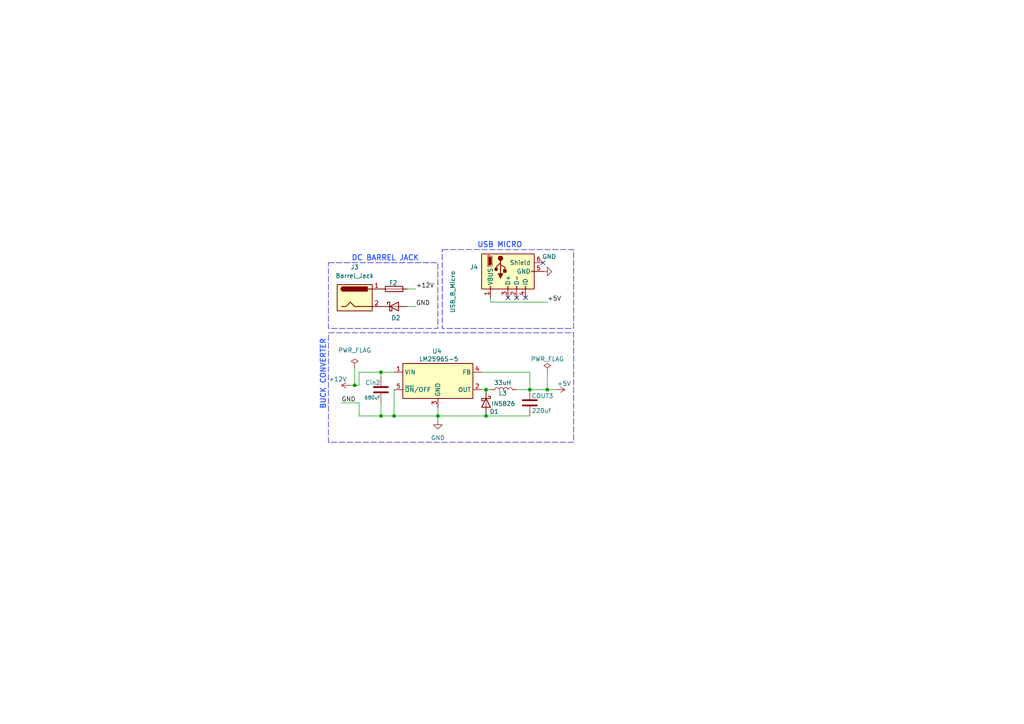
<source format=kicad_sch>
(kicad_sch (version 20250114) (generator "eeschema") (generator_version "9.0")
  (paper "A4")
  (lib_symbols
    (symbol "Connector:Barrel_Jack" (pin_names (offset 1.016))
      (property "Reference" "J" (at 0 5.334 0))
      (property "Value" "Barrel_Jack" (at 0 -5.08 0))
      (symbol "Barrel_Jack_0_1"
        (rectangle (start -5.08 3.81) (end 5.08 -3.81) (stroke (width 0.254)) (fill (type background)))
        (polyline (pts (xy -3.81 -2.54) (xy -2.54 -2.54) (xy -1.27 -1.27) (xy 0 -2.54) (xy 2.54 -2.54) (xy 5.08 -2.54)) (stroke (width 0.254)))
        (arc (start -3.302 1.905) (mid -3.9343 2.54) (end -3.302 3.175) (stroke (width 0.254)))
        (arc (start -3.302 1.905) (mid -3.9343 2.54) (end -3.302 3.175) (stroke (width 0.254)) (fill (type outline)))
        (rectangle (start 3.683 3.175) (end -3.302 1.905) (stroke (width 0.254)) (fill (type outline)))
        (polyline (pts (xy 5.08 2.54) (xy 3.81 2.54)) (stroke (width 0.254)))
      )
      (symbol "Barrel_Jack_1_1"
        (pin passive line (at 7.62 2.54 180) (length 2.54) (name "~") (number "1"))
        (pin passive line (at 7.62 -2.54 180) (length 2.54) (name "~") (number "2"))
      )
    )
    (symbol "Connector:USB_B_Micro" (pin_names (offset 1.016))
      (property "Reference" "J" (at -5.08 11.43 0))
      (property "Value" "USB_B_Micro" (at -5.08 8.89 0))
      (symbol "USB_B_Micro_0_1"
        (rectangle (start -5.08 -7.62) (end 5.08 7.62) (stroke (width 0.254)) (fill (type background)))
        (polyline (pts (xy -4.699 5.842) (xy -4.699 5.588) (xy -4.445 4.826) (xy -4.445 4.572) (xy -1.651 4.572) (xy -1.651 4.826) (xy -1.397 5.588) (xy -1.397 5.842) (xy -4.699 5.842)))
        (polyline (pts (xy -4.318 5.588) (xy -1.778 5.588) (xy -2.032 4.826) (xy -4.064 4.826) (xy -4.318 5.588)) (fill (type outline)))
        (circle (center -3.81 2.159) (radius 0.635) (stroke (width 0.254)) (fill (type outline)))
        (polyline (pts (xy -3.175 2.159) (xy -2.54 2.159) (xy -1.27 3.429) (xy -0.635 3.429)) (stroke (width 0.254)))
        (polyline (pts (xy -2.54 2.159) (xy -1.905 2.159) (xy -1.27 0.889) (xy 0 0.889)) (stroke (width 0.254)))
        (polyline (pts (xy -1.905 2.159) (xy 0.635 2.159)) (stroke (width 0.254)))
        (circle (center -0.635 3.429) (radius 0.381) (stroke (width 0.254)) (fill (type outline)))
        (rectangle (start -0.127 -7.62) (end 0.127 -6.858))
        (rectangle (start 0.254 1.27) (end -0.508 0.508) (stroke (width 0.254)) (fill (type outline)))
        (polyline (pts (xy 0.635 2.794) (xy 0.635 1.524) (xy 1.905 2.159) (xy 0.635 2.794)) (stroke (width 0.254)) (fill (type outline)))
        (rectangle (start 5.08 4.953) (end 4.318 5.207))
        (rectangle (start 5.08 -0.127) (end 4.318 0.127))
        (rectangle (start 5.08 -2.667) (end 4.318 -2.413))
        (rectangle (start 5.08 -5.207) (end 4.318 -4.953))
      )
      (symbol "USB_B_Micro_1_1"
        (pin passive line (at -2.54 -10.16 90) (length 2.54) (name "Shield") (number "6"))
        (pin power_out line (at 0 -10.16 90) (length 2.54) (name "GND") (number "5"))
        (pin power_out line (at 7.62 5.08 180) (length 2.54) (name "VBUS") (number "1"))
        (pin bidirectional line (at 7.62 0 180) (length 2.54) (name "D+") (number "3"))
        (pin bidirectional line (at 7.62 -2.54 180) (length 2.54) (name "D-") (number "2"))
        (pin passive line (at 7.62 -5.08 180) (length 2.54) (name "ID") (number "4"))
      )
    )
    (symbol "Device:C" (pin_numbers (hide yes)) (pin_names (offset 0.254))
      (property "Reference" "C" (at 0.635 2.54 0))
      (property "Value" "C" (at 0.635 -2.54 0))
      (symbol "C_0_1"
        (polyline (pts (xy -2.032 0.762) (xy 2.032 0.762)) (stroke (width 0.508)))
        (polyline (pts (xy -2.032 -0.762) (xy 2.032 -0.762)) (stroke (width 0.508)))
      )
      (symbol "C_1_1"
        (pin passive line (at 0 3.81 270) (length 2.794) (name "~") (number "1"))
        (pin passive line (at 0 -3.81 90) (length 2.794) (name "~") (number "2"))
      )
    )
    (symbol "Device:D_Schottky" (pin_numbers (hide yes)) (pin_names (offset 1.016) (hide yes))
      (property "Reference" "D" (at 0 2.54 0))
      (property "Value" "D_Schottky" (at 0 -2.54 0))
      (symbol "D_Schottky_0_1"
        (polyline (pts (xy -1.905 0.635) (xy -1.905 1.27) (xy -1.27 1.27) (xy -1.27 -1.27) (xy -0.635 -1.27) (xy -0.635 -0.635)) (stroke (width 0.254)))
        (polyline (pts (xy 1.27 1.27) (xy 1.27 -1.27) (xy -1.27 0) (xy 1.27 1.27)) (stroke (width 0.254)))
        (polyline (pts (xy 1.27 0) (xy -1.27 0)))
      )
      (symbol "D_Schottky_1_1"
        (pin passive line (at -3.81 0 0) (length 2.54) (name "K") (number "1"))
        (pin passive line (at 3.81 0 180) (length 2.54) (name "A") (number "2"))
      )
    )
    (symbol "Device:Fuse" (pin_numbers (hide yes)) (pin_names (offset 0))
      (property "Reference" "F" (at 2.032 0 90))
      (property "Value" "Fuse" (at -1.905 0 90))
      (symbol "Fuse_0_1"
        (rectangle (start -0.762 -2.54) (end 0.762 2.54) (stroke (width 0.254)))
        (polyline (pts (xy 0 2.54) (xy 0 -2.54)))
      )
      (symbol "Fuse_1_1"
        (pin passive line (at 0 3.81 270) (length 1.27) (name "~") (number "1"))
        (pin passive line (at 0 -3.81 90) (length 1.27) (name "~") (number "2"))
      )
    )
    (symbol "Device:L" (pin_numbers (hide yes)) (pin_names (offset 1.016) (hide yes))
      (property "Reference" "L" (at -1.27 0 90))
      (property "Value" "L" (at 1.905 0 90))
      (symbol "L_0_1"
        (arc (start 0 2.54) (mid 0.6323 1.905) (end 0 1.27))
        (arc (start 0 1.27) (mid 0.6323 0.635) (end 0 0))
        (arc (start 0 0) (mid 0.6323 -0.635) (end 0 -1.27))
        (arc (start 0 -1.27) (mid 0.6323 -1.905) (end 0 -2.54))
      )
      (symbol "L_1_1"
        (pin passive line (at 0 3.81 270) (length 1.27) (name "1") (number "1"))
        (pin passive line (at 0 -3.81 90) (length 1.27) (name "2") (number "2"))
      )
    )
    (symbol "Regulator_Switching:LM2596S-5"
      (property "Reference" "U" (at -10.16 6.35 0))
      (property "Value" "LM2596S-5" (at 0 6.35 0))
      (symbol "LM2596S-5_0_1"
        (rectangle (start -10.16 5.08) (end 10.16 -5.08) (stroke (width 0.254)) (fill (type background)))
      )
      (symbol "LM2596S-5_1_1"
        (pin power_in line (at -12.7 2.54 0) (length 2.54) (name "VIN") (number "1"))
        (pin input line (at -12.7 -2.54 0) (length 2.54) (name "~{ON}/OFF") (number "5"))
        (pin power_in line (at 0 -7.62 90) (length 2.54) (name "GND") (number "3"))
        (pin input line (at 12.7 2.54 180) (length 2.54) (name "FB") (number "4"))
        (pin output line (at 12.7 -2.54 180) (length 2.54) (name "OUT") (number "2"))
      )
    )
    (symbol "power:+12V" (power) (pin_numbers (hide yes)) (pin_names (offset 0) (hide yes))
      (property "Value" "+12V" (at 0 3.556 0))
      (symbol "+12V_0_1"
        (polyline (pts (xy -0.762 1.27) (xy 0 2.54)))
        (polyline (pts (xy 0 2.54) (xy 0.762 1.27)))
        (polyline (pts (xy 0 0) (xy 0 2.54)))
      )
      (symbol "+12V_1_1"
        (pin power_in line (at 0 0 90) (length 0) (name "~") (number "1"))
      )
    )
    (symbol "power:+5V" (power) (pin_numbers (hide yes)) (pin_names (offset 0) (hide yes))
      (property "Value" "+5V" (at 0 3.556 0))
      (symbol "+5V_0_1"
        (polyline (pts (xy -0.762 1.27) (xy 0 2.54)))
        (polyline (pts (xy 0 2.54) (xy 0.762 1.27)))
        (polyline (pts (xy 0 0) (xy 0 2.54)))
      )
      (symbol "+5V_1_1"
        (pin power_in line (at 0 0 90) (length 0) (name "~") (number "1"))
      )
    )
    (symbol "power:GND" (power) (pin_numbers (hide yes)) (pin_names (offset 0) (hide yes))
      (property "Value" "GND" (at 0 -3.81 0))
      (symbol "GND_0_1"
        (polyline (pts (xy 0 0) (xy 0 -1.27) (xy 1.27 -1.27) (xy 0 -2.54) (xy -1.27 -1.27) (xy 0 -1.27)))
      )
      (symbol "GND_1_1"
        (pin power_in line (at 0 0 270) (length 0) (name "~") (number "1"))
      )
    )
    (symbol "power:PWR_FLAG" (power) (pin_numbers (hide yes)) (pin_names (offset 0) (hide yes))
      (property "Value" "PWR_FLAG" (at 0 3.81 0))
      (symbol "PWR_FLAG_0_0"
        (pin power_out line (at 0 0 90) (length 0) (name "~") (number "1"))
      )
      (symbol "PWR_FLAG_0_1"
        (polyline (pts (xy 0 0) (xy 0 1.27) (xy -1.016 1.905) (xy 0 2.54) (xy 1.016 1.905) (xy 0 1.27)))
      )
    )
  )
  (rectangle (start 128.27 72.39) (end 166.37 95.25) (stroke (width 0) (type dash)))
  (rectangle (start 95.25 96.52) (end 166.37 128.27) (stroke (width 0) (type dash)))
  (rectangle (start 95.25 95.25) (end 127 76.2) (stroke (width 0) (type dash)))
  (text "DC BARREL JACK\n" (at 111.76 74.93 0) (effects (font (size 1.524 1.524) (thickness 0.254) (bold yes))))
  (text "BUCK CONVERTER \n" (at 93.726 107.95 90) (effects (font (size 1.524 1.524) (thickness 0.254) (bold yes))))
  (text "USB MICRO \n" (at 145.542 71.12 0) (effects (font (size 1.524 1.524) (thickness 0.254) (bold yes))))
  (junction (at 110.49 107.95))
  (junction (at 140.97 120.65))
  (junction (at 158.75 113.03))
  (junction (at 140.97 113.03))
  (junction (at 114.3 120.65))
  (junction (at 153.67 113.03))
  (junction (at 127 120.65))
  (junction (at 102.87 111.76))
  (junction (at 110.49 120.65))
  (no_connect (at 147.32 86.36))
  (no_connect (at 157.48 76.2))
  (no_connect (at 149.86 86.36))
  (no_connect (at 152.4 86.36))
  (wire (pts (xy 110.49 116.84) (xy 110.49 120.65)))
  (wire (pts (xy 139.7 107.95) (xy 153.67 107.95)))
  (wire (pts (xy 102.87 106.68) (xy 102.87 111.76)))
  (wire (pts (xy 153.67 113.03) (xy 158.75 113.03)))
  (wire (pts (xy 99.06 116.84) (xy 104.14 116.84)))
  (wire (pts (xy 102.87 111.76) (xy 104.14 111.76)))
  (wire (pts (xy 127 120.65) (xy 127 118.11)))
  (wire (pts (xy 153.67 107.95) (xy 153.67 113.03)))
  (wire (pts (xy 120.65 83.82) (xy 118.11 83.82)))
  (wire (pts (xy 158.75 87.63) (xy 142.24 87.63)))
  (wire (pts (xy 101.6 111.76) (xy 102.87 111.76)))
  (wire (pts (xy 142.24 87.63) (xy 142.24 86.36)))
  (wire (pts (xy 161.29 113.03) (xy 158.75 113.03)))
  (wire (pts (xy 139.7 113.03) (xy 140.97 113.03)))
  (wire (pts (xy 158.75 107.95) (xy 158.75 113.03)))
  (wire (pts (xy 104.14 120.65) (xy 110.49 120.65)))
  (wire (pts (xy 104.14 116.84) (xy 104.14 120.65)))
  (wire (pts (xy 110.49 107.95) (xy 114.3 107.95)))
  (wire (pts (xy 110.49 107.95) (xy 110.49 109.22)))
  (wire (pts (xy 127 121.92) (xy 127 120.65)))
  (wire (pts (xy 114.3 120.65) (xy 127 120.65)))
  (wire (pts (xy 104.14 107.95) (xy 110.49 107.95)))
  (wire (pts (xy 127 120.65) (xy 140.97 120.65)))
  (wire (pts (xy 149.86 113.03) (xy 153.67 113.03)))
  (wire (pts (xy 104.14 111.76) (xy 104.14 107.95)))
  (wire (pts (xy 140.97 120.65) (xy 153.67 120.65)))
  (wire (pts (xy 140.97 113.03) (xy 142.24 113.03)))
  (wire (pts (xy 120.65 88.9) (xy 118.11 88.9)))
  (wire (pts (xy 114.3 113.03) (xy 114.3 120.65)))
  (wire (pts (xy 110.49 120.65) (xy 114.3 120.65)))
  (label "+12V" (at 120.65 83.82 0))
  (label "GND" (at 120.65 88.9 0))
  (label "+5V" (at 158.75 87.63 0))
  (label "GND" (at 99.06 116.84 0))
  (symbol (lib_id "power:+12V") (at 101.6 111.76 90) (unit 1)
    (property "Reference" "#PWR08" (effects (hide yes)))
    (property "Value" "+12V" (at 100.584 109.982 90) (effects (justify left)))
    (property "Description" "Power symbol creates a global label with name \"+12V\"" (effects (hide yes)))
  )
  (symbol (lib_id "power:PWR_FLAG") (at 102.87 106.68 0) (unit 1)
    (property "Reference" "#FLG05" (effects (hide yes)))
    (property "Value" "PWR_FLAG" (at 102.87 101.6 0))
    (property "Description" "Special symbol for telling ERC where power comes from" (effects (hide yes)))
  )
  (symbol (lib_id "Device:C") (at 153.67 116.84 0) (unit 1)
    (property "Reference" "COUT3" (at 154.178 114.808 0) (effects (justify left)))
    (property "Value" "220uf" (at 154.178 119.126 0) (effects (justify left)))
    (property "Description" "Unpolarized capacitor" (effects (hide yes)))
  )
  (symbol (lib_id "Connector:USB_B_Micro") (at 147.32 78.74 90) (mirror x) (unit 1)
    (property "Reference" "J4" (at 138.684 77.47 90) (effects (justify left)))
    (property "Value" "USB_B_Micro" (at 131.318 78.486 0) (effects (justify left)))
    (property "Footprint" "Connector_USB:USB_Micro-B_Molex-105017-0001" (effects (hide yes)))
    (property "Description" "USB Micro Type B connector" (effects (hide yes)))
    (property "Sim.Library" "C:\\Users\\Victus\\Downloads\\165096554-36-1734035-2\\1734035-2_3D.dwg" (effects (hide yes)))
  )
  (symbol (lib_id "power:PWR_FLAG") (at 158.75 107.95 0) (unit 1)
    (property "Reference" "#FLG07" (effects (hide yes)))
    (property "Value" "PWR_FLAG" (at 158.75 104.14 0))
    (property "Description" "Special symbol for telling ERC where power comes from" (effects (hide yes)))
  )
  (symbol (lib_id "power:GND") (at 127 121.92 0) (unit 1)
    (property "Reference" "#PWR09" (effects (hide yes)))
    (property "Value" "GND" (at 127 127 0))
    (property "Description" "Power symbol creates a global label with name \"GND\" , ground" (effects (hide yes)))
  )
  (symbol (lib_id "power:+5V") (at 161.29 113.03 270) (unit 1)
    (property "Reference" "#PWR010" (effects (hide yes)))
    (property "Value" "+5V" (at 161.544 111.252 90) (effects (justify left)))
    (property "Description" "Power symbol creates a global label with name \"+5V\"" (effects (hide yes)))
  )
  (symbol (lib_id "Connector:Barrel_Jack") (at 102.87 86.36 0) (unit 1)
    (property "Reference" "J3" (at 102.87 77.47 0))
    (property "Value" "Barrel_Jack" (at 102.87 80.01 0))
    (property "Footprint" "Connector_BarrelJack:BarrelJack_Kycon_KLDX-0202-xC_Horizontal" (effects (hide yes)))
    (property "Description" "DC Barrel Jack" (effects (hide yes)))
  )
  (symbol (lib_id "Regulator_Switching:LM2596S-5") (at 127 110.49 0) (unit 1)
    (property "Reference" "U4" (at 126.746 101.854 0))
    (property "Value" "LM2596S-5" (at 127.254 104.14 0))
    (property "Footprint" "Package_TO_SOT_SMD:TO-263-5_TabPin3" (effects (hide yes)))
    (property "Datasheet" "http://www.ti.com/lit/ds/symlink/lm2596.pdf" (effects (hide yes)))
    (property "Description" "5V 3A Step-Down Voltage Regulator, TO-263" (effects (hide yes)))
  )
  (symbol (lib_id "Device:D_Schottky") (at 114.3 88.9 0) (unit 1)
    (property "Reference" "D2" (at 114.808 92.202 0))
    (property "Value" "D_Schottky" (effects (hide yes)))
    (property "Description" "Schottky diode" (effects (hide yes)))
  )
  (symbol (lib_id "Device:C") (at 110.49 113.03 0) (unit 1)
    (property "Reference" "Cin2" (at 105.918 110.998 0) (effects (justify left)))
    (property "Value" "680uf" (at 105.664 115.316 0) (effects (font (size 1.016 1.016)) (justify left)))
    (property "Description" "Unpolarized capacitor" (effects (hide yes)))
  )
  (symbol (lib_id "Device:L") (at 146.05 113.03 90) (unit 1)
    (property "Reference" "L3" (at 145.796 114.046 90))
    (property "Value" "33uH" (at 145.796 110.998 90))
    (property "Description" "Inductor" (effects (hide yes)))
  )
  (symbol (lib_id "Device:Fuse") (at 114.3 83.82 270) (unit 1)
    (property "Reference" "F2" (at 114.046 82.042 90))
    (property "Value" "Fuse" (effects (hide yes)))
    (property "Footprint" "Fuse:Fuse_0402_1005Metric" (effects (hide yes)))
    (property "Description" "Fuse" (effects (hide yes)))
  )
  (symbol (lib_id "power:GND") (at 157.48 78.74 90) (unit 1)
    (property "Reference" "#PWR011" (effects (hide yes)))
    (property "Value" "GND" (at 157.226 74.422 90) (effects (justify right)))
    (property "Description" "Power symbol creates a global label with name \"GND\" , ground" (effects (hide yes)))
  )
  (symbol (lib_id "Device:D_Schottky") (at 140.97 116.84 270) (unit 1)
    (property "Reference" "IN5826" (at 142.494 117.094 90) (effects (justify left)))
    (property "Value" "D1" (at 141.986 119.38 90) (effects (justify left)))
    (property "Description" "Schottky diode" (effects (hide yes)))
  )
)
</source>
